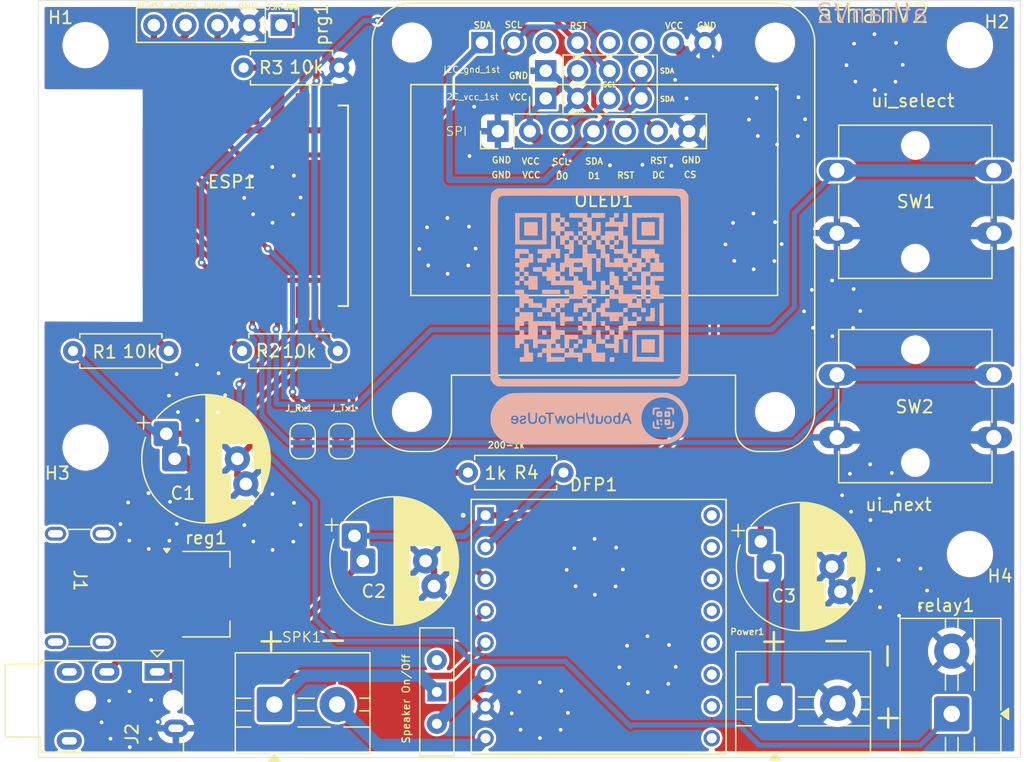
<source format=kicad_pcb>
(kicad_pcb (version 20241229) (generator "pcbnew") (generator_version "9.0")
  (layers (0 "F.Cu" signal) (2 "B.Cu" signal) (13 "F.Paste" user) (15 "B.Paste" user) (5 "F.SilkS" user "F.Silkscreen") (7 "B.SilkS" user "B.Silkscreen") (1 "F.Mask" user) (3 "B.Mask" user) (25 "Edge.Cuts" user))
  (net 0 "")
  (net 1 "GND")
  (net 2 "/AUX_R")
  (net 3 "/AUX_L")
  (net 4 "/ESP_VCC")
  (net 5 "+5V")
  (net 8 "/SPK-")
  (net 10 "/ESP_Rx")
  (net 13 "Net-(DFP1-SPK1)")
  (net 16 "/ESP_Tx")
  (net 18 "/SCL")
  (net 19 "/SDA")
  (net 20 "/relay")
  (net 22 "Net-(ESP1-GPIO15)")
  (net 24 "Net-(ESP1-CH_PD)")
  (net 27 "/GPIO14")
  (net 28 "/GPIO12")
  (net 29 "/oled_rst")
  (net 31 "Net-(ESP1-REST)")
  (net 35 "/GPIO0")
  (net 40 "Net-(DFP1-RX)")
  (net 41 "Net-(DFP1-TX)")
  (net 44 "/SPK+")
  (net 50 "Net-(J_Tx1-A)")
  (footprint "project_devs:ESP-12E_SMD" (layer "F.Cu") (at 67.7 78.2 90)
    (property "Reference" "ESP1")
    (property "Value" "ESP-12E" (hide yes))
  )
  (footprint "MountingHole:MountingHole_3.2mm_M3" (layer "F.Cu") (at 62.4 58.4)
    (property "Reference" "H1")
    (property "Value" "MountingHole" (hide yes))
  )
  (footprint "Resistor_THT:R_Axial_DIN0207_L6.3mm_D2.5mm_P7.62mm_Horizontal" (layer "F.Cu") (at 75 60.2)
    (property "Reference" "R3")
    (property "Value" "10k")
  )
  (footprint "Capacitor_THT:CP_Radial_D10.0mm_P5.00mm_P7.50mm" (layer "F.Cu") (at 84.5 99.55)
    (property "Reference" "C2")
    (property "Value" "100u" (hide yes))
  )
  (footprint "MountingHole:MountingHole_3.2mm_M3" (layer "F.Cu") (at 132.9 58.4)
    (property "Reference" "H2")
    (property "Value" "MountingHole" (hide yes))
  )
  (footprint "Connector_Audio:Jack_3.5mm_PJ320A_Horizontal" (layer "F.Cu") (at 68.1 113 90)
    (property "Reference" "J2")
    (property "Value" "AudioJack4" (hide yes))
  )
  (footprint "Button_Switch_THT:SW_SPST_Omron_B3F-40xx" (layer "F.Cu") (at 122.3 84.7)
    (property "Reference" "SW2")
    (property "Value" "ui_next")
  )
  (footprint "Jumper:SolderJumper-2_P1.3mm_Bridged2Bar_RoundedPad1.0x1.5mm" (layer "F.Cu") (at 79.7 90 90)
    (property "Reference" "J_Rx1")
    (property "Value" "SolderJumper_2_Bridged" (hide yes))
  )
  (footprint "MountingHole:MountingHole_3.2mm_M3" (layer "F.Cu") (at 132.9 99)
    (property "Reference" "H4")
    (property "Value" "MountingHole" (hide yes))
  )
  (footprint "Resistor_THT:R_Axial_DIN0207_L6.3mm_D2.5mm_P7.62mm_Horizontal" (layer "F.Cu") (at 100.5 92.5 180)
    (property "Reference" "R4")
    (property "Value" "1k")
  )
  (footprint "Button_Switch_THT:SW_Slide-03_Wuerth-WS-SLTV_10x2.5x6.4_P2.54mm" (layer "F.Cu") (at 90.4 110 90)
    (property "Reference" "SW3" (hide yes))
    (property "Value" "SW_SPST" (hide yes))
  )
  (footprint "TerminalBlock:TerminalBlock_MaiXu_MX126-5.0-02P_1x02_P5.00mm" (layer "F.Cu") (at 131.45 111.75 90)
    (property "Reference" "relay1")
    (property "Value" "Relay control")
  )
  (footprint "Display:Adafruit_SSD1306_multi" (layer "F.Cu") (at 94 58.2)
    (property "Reference" "OLED1")
    (property "Value" "SSD1306_I2C")
  )
  (footprint "MountingHole:MountingHole_3.2mm_M3" (layer "F.Cu") (at 62.4 90.5)
    (property "Reference" "H3")
    (property "Value" "MountingHole" (hide yes))
  )
  (footprint "TerminalBlock:TerminalBlock_MaiXu_MX126-5.0-02P_1x02_P5.00mm" (layer "F.Cu") (at 117.35 110.9)
    (property "Reference" "Power1")
    (property "Value" "5V pow supply" (hide yes))
  )
  (footprint "TerminalBlock:TerminalBlock_MaiXu_MX126-5.0-02P_1x02_P5.00mm" (layer "F.Cu") (at 77.45 111)
    (property "Reference" "SPK1")
    (property "Value" "Speaker")
  )
  (footprint "Resistor_THT:R_Axial_DIN0207_L6.3mm_D2.5mm_P7.62mm_Horizontal" (layer "F.Cu") (at 61.4 82.8)
    (property "Reference" "R1")
    (property "Value" "10k")
  )
  (footprint "Jumper:SolderJumper-2_P1.3mm_Bridged2Bar_RoundedPad1.0x1.5mm" (layer "F.Cu") (at 82.8 90 90)
    (property "Reference" "J_Tx1")
    (property "Value" "SolderJumper_2_Bridged" (hide yes))
  )
  (footprint "project_devs:MODULE_DFR0299" (layer "F.Cu") (at 103.3 104.8)
    (property "Reference" "DFP1")
    (property "Value" "DFR0299")
  )
  (footprint "Package_TO_SOT_SMD:SOT-223-3_TabPin2" (layer "F.Cu") (at 72 102.2)
    (property "Reference" "reg1")
    (property "Value" "AMS1117-3.3" (hide yes))
  )
  (footprint "Resistor_THT:R_Axial_DIN0207_L6.3mm_D2.5mm_P7.62mm_Horizontal" (layer "F.Cu") (at 82.5 82.8 180)
    (property "Reference" "R2")
    (property "Value" "10k")
  )
  (footprint "Capacitor_THT:CP_Radial_D10.0mm_P5.00mm_P7.50mm" (layer "F.Cu") (at 116.9 100)
    (property "Reference" "C3")
    (property "Value" "100u" (hide yes))
  )
  (footprint "Button_Switch_THT:SW_SPST_Omron_B3F-40xx" (layer "F.Cu") (at 122.3 68.4)
    (property "Reference" "SW1")
    (property "Value" "ui_select")
  )
  (footprint "Capacitor_THT:CP_Radial_D10.0mm_P5.00mm_P7.50mm" (layer "F.Cu") (at 69.5 91.4)
    (property "Reference" "C1")
    (property "Value" "100u" (hide yes))
  )
  (footprint "Connector_PinHeader_2.54mm:PinHeader_1x05_P2.54mm_Vertical" (layer "F.Cu") (at 78 56.8 -90)
    (property "Reference" "prg1")
    (property "Value" "Conn_01x05" (hide yes))
  )
  (footprint "Connector_USB:USB_C_Receptacle_GCT_USB4125-xx-x_6P_TopMnt_Horizontal" (layer "F.Cu") (at 60.8 101.7 -90)
    (property "Reference" "J1")
    (property "Value" "USB_C_Receptacle_PowerOnly_6P" (hide yes))
  )
  (footprint "LOGO" (layer "B.Cu") (at 102.55 80.05 180)
    (property "Reference" "G***" (hide yes))
    (property "Value" "LOGO" (hide yes))
  )
  (gr_rect (start 58.62917 54.854853) (end 136.926167 115.230296) (stroke (width 0.05)) (fill no) (layer "Edge.Cuts"))
  (gr_text "-" (at 127.35 108.5 90) (layer "F.SilkS") (effects (font (size 2 2) (thickness 0.2)) (justify left bottom)))
  (gr_text "ESP_Rx" (at 71.35 55 180) (layer "F.SilkS") (effects (font (size 0.4 0.4) (thickness 0.1)) (justify left bottom)))
  (gr_text "-" (at 120.85 106.96 0) (layer "F.SilkS") (effects (font (size 2 2) (thickness 0.2)) (justify left bottom)))
  (gr_text "+" (at 127.4 113.45 90) (layer "F.SilkS") (effects (font (size 2 2) (thickness 0.2)) (justify left bottom)))
  (gr_text "-" (at 80.77 106.93 0) (layer "F.SilkS") (effects (font (size 2 2) (thickness 0.2)) (justify left bottom)))
  (gr_text "200-1k" (at 94.4 90.6 0) (layer "F.SilkS") (effects (font (size 0.5 0.5) (thickness 0.1) (bold yes)) (justify left bottom)))
  (gr_text "ESP_Tx" (at 68.65 54.95 180) (layer "F.SilkS") (effects (font (size 0.4 0.4) (thickness 0.1)) (justify left bottom)))
  (gr_text "athanV2" (at 120.575604 56.75 0) (layer "F.SilkS") (effects (font (size 1.5 1.5)) (justify left bottom)))
  (gr_text "+" (at 75.82 106.98 0) (layer "F.SilkS") (effects (font (size 2 2) (thickness 0.2)) (justify left bottom)))
  (gr_text "ESP_VCC" (at 79.4 55.1 180) (layer "F.SilkS") (effects (font (size 0.4 0.4) (thickness 0.1)) (justify left bottom)))
  (gr_text "GND" (at 76.15 55 180) (layer "F.SilkS") (effects (font (size 0.5 0.5) (thickness 0.1)) (justify left bottom)))
  (gr_text "GPIO0" (at 73.7 55 180) (layer "F.SilkS") (effects (font (size 0.4 0.4) (thickness 0.1)) (justify left bottom)))
  (gr_text "+" (at 115.9 107.01 0) (layer "F.SilkS") (effects (font (size 2 2) (thickness 0.2)) (justify left bottom)))
  (gr_text "athanV2" (at 129.7 56.75 0) (layer "B.SilkS") (effects (font (size 1.5 1.5)) (justify left bottom mirror)))
  (segment (start 74.5 91.4) (end 74.5 92.727856) (width 0.5) (layer "F.Cu") (net 1))
  (segment (start 61.3 103.5) (end 62.25 104.45) (width 0.5) (layer "F.Cu") (net 1))
  (segment (start 62.25 104.45) (end 63.88 104.45) (width 0.5) (layer "F.Cu") (net 1))
  (segment (start 95.27 65.27) (end 95.27 62.81) (width 0.5) (layer "F.Cu") (net 1))
  (segment (start 97.63 60.45) (end 95.27 62.81) (width 0.5) (layer "F.Cu") (net 1))
  (segment (start 90.172144 100.222144) (end 89.5 99.55) (width 0.5) (layer "F.Cu") (net 1))
  (segment (start 74.5 92.727856) (end 75.172144 93.4) (width 0.5) (layer "F.Cu") (net 1))
  (segment (start 99.08 60.45) (end 97.63 60.45) (width 0.5) (layer "F.Cu") (net 1))
  (segment (start 61.3 100.3) (end 61.3 103.5) (width 0.5) (layer "F.Cu") (net 1))
  (segment (start 99.42 60.45) (end 99.08 60.45) (width 0.5) (layer "F.Cu") (net 1))
  (segment (start 62.65 98.95) (end 61.3 100.3) (width 0.5) (layer "F.Cu") (net 1))
  (segment (start 63.88 98.95) (end 62.65 98.95) (width 0.5) (layer "F.Cu") (net 1))
  (segment (start 90.172144 101.55) (end 90.172144 100.222144) (width 0.5) (layer "F.Cu") (net 1))
  (via (at 75.05 70.59) (size 0.6) (drill 0.3) (layers "F.Cu" "B.Cu") (net 1))
  (via (at 79.54 96.66) (size 0.6) (drill 0.3) (layers "F.Cu" "B.Cu") (net 1))
  (via (at 115.28 64.34) (size 0.6) (drill 0.3) (layers "F.Cu" "B.Cu") (net 1))
  (via (at 93.38 63.31) (size 0.6) (drill 0.3) (layers "F.Cu" "B.Cu") (net 1))
  (via (at 113.41 74.3) (size 0.6) (drill 0.3) (layers "F.Cu" "B.Cu") (net 1))
  (via (at 100.75 100.26) (size 0.6) (drill 0.3) (layers "F.Cu" "B.Cu") (net 1))
  (via (at 67.41 94.14) (size 0.6) (drill 0.3) (layers "F.Cu" "B.Cu") (net 1))
  (via (at 115.64 71.83) (size 0.6) (drill 0.3) (layers "F.Cu" "B.Cu") (net 1))
  (via (at 71.3 88.34) (size 0.6) (drill 0.3) (layers "F.Cu" "B.Cu") (net 1))
  (via (at 117.31 75.62) (size 0.6) (drill 0.3) (layers "F.Cu" "B.Cu") (net 1))
  (via (at 65.9 109.95) (size 0.6) (drill 0.3) (layers "F.Cu" "B.Cu") (net 1))
  (via (at 108.86 109.35) (size 0.6) (drill 0.3) (layers "F.Cu" "B.Cu") (net 1))
  (via (at 115.89 62.62) (size 0.6) (drill 0.3) (layers "F.Cu" "B.Cu") (net 1))
  (via (at 105.23 100.23) (size 0.6) (drill 0.3) (layers "F.Cu" "B.Cu") (net 1))
  (via (at 127.2 94.28) (size 0.6) (drill 0.3) (layers "F.Cu" "B.Cu") (net 1))
  (via (at 107.19 105.56) (size 0.6) (drill 0.3) (layers "F.Cu" "B.Cu") (net 1))
  (via (at 125.29 57.53) (size 0.6) (drill 0.3) (layers "F.Cu" "B.Cu") (net 1))
  (via (at 114.02 72.58) (size 0.6) (drill 0.3) (layers "F.Cu" "B.Cu") (net 1))
  (via (at 77.3 72.57) (size 0.6) (drill 0.3) (layers "F.Cu" "B.Cu") (net 1))
  (via (at 127.24 99.47) (size 0.6) (drill 0.3) (layers "F.Cu" "B.Cu") (net 1))
  (via (at 75.06 96.69) (size 0.6) (drill 0.3) (layers "F.Cu" "B.Cu") (net 1))
  (via (at 69.08 97.93) (size 0.6) (drill 0.3) (layers "F.Cu" "B.Cu") (net 1))
  (via (at 91.26 76.64) (size 0.6) (drill 0.3) (layers "F.Cu" "B.Cu") (net 1))
  (via (at 89.62 72.94) (size 0.6) (drill 0.3) (layers "F.Cu" "B.Cu") (net 1))
  (via (at 65.89 97.92) (size 0.6) (drill 0.3) (layers "F.Cu" "B.Cu") (net 1))
  (via (at 129.49 101.91) (size 0.6) (drill 0.3) (layers "F.Cu" "B.Cu") (net 1))
  (via (at 100.85 111.67) (size 0.6) (drill 0.3) (layers "F.Cu" "B.Cu") (net 1))
  (via (at 125.62 100.22) (size 0.6) (drill 0.3) (layers "F.Cu" "B.Cu") (net 1))
  (via (at 78.96 98.01) (size 0.6) (drill 0.3) (layers "F.Cu" "B.Cu") (net 1))
  (via (at 125.31 61.98) (size 0.6) (drill 0.3) (layers "F.Cu" "B.Cu") (net 1))
  (via (at 98.62 113.68) (size 0.6) (drill 0.3) (layers "F.Cu" "B.Cu") (net 1))
  (via (at 77.28 68.12) (size 0.6) (drill 0.3) (layers "F.Cu" "B.Cu") (net 1))
  (via (at 104.7 98.48) (size 0.6) (drill 0.3) (layers "F.Cu" "B.Cu") (net 1))
  (via (at 96.37 111.7) (size 0.6) (drill 0.3) (layers "F.Cu" "B.Cu") (net 1))
  (via (at 122.72 94.31) (size 0.6) (drill 0.3) (layers "F.Cu" "B.Cu") (net 1))
  (via (at 126.67 92.53) (size 0.6) (drill 0.3) (layers "F.Cu" "B.Cu") (net 1))
  (via (at 93.49 74.63) (size 0.6) (drill 0.3) (layers "F.Cu" "B.Cu") (net 1))
  (via (at 101.46 101.57) (size 0.6) (drill 0.3) (layers "F.Cu" "B.Cu") (net 1))
  (via (at 109.44 108) (size 0.6) (drill 0.3) (layers "F.Cu" "B.Cu") (net 1))
  (via (at 119.23 62.56) (size 0.6) (drill 0.3) (layers "F.Cu" "B.Cu") (net 1))
  (via (at 89.01 74.66) (size 0.6) (drill 0.3) (layers "F.Cu" "B.Cu") (net 1))
  (via (at 119.18 65.66) (size 0.6) (drill 0.3) (layers "F.Cu" "B.Cu") (net 1))
  (via (at 123.06 60) (size 0.6) (drill 0.3) (layers "F.Cu" "B.Cu") (net 1))
  (via (at 104.2 67.99) (size 0.6) (drill 0.3) (layers "F.Cu" "B.Cu") (net 1))
  (via (at 127.26 103.92) (size 0.6) (drill 0.3) (layers "F.Cu" "B.Cu") (net 1))
  (via (at 63.67 112.42) (size 0.6) (drill 0.3) (layers "F.Cu" "B.Cu") (net 1))
  (via (at 105.67 109.34) (size 0.6) (drill 0.3) (layers "F.Cu" "B.Cu") (net 1))
  (via (at 117.53 66.32) (size 0.6) (drill 0.3) (layers "F.Cu" "B.Cu") (net 1))
  (via (at 79.01 94.91) (size 0.6) (drill 0.3) (layers "F.Cu" "B.Cu") (net 1))
  (via (at 119.68 79.64) (size 0.6) (drill 0.3) (layers "F.Cu" "B.Cu") (net 1))
  (via (at 67.62 110.64) (size 0.6) (drill 0.3) (layers "F.Cu" "B.Cu") (net 1))
  (via (at 96.8 60.64) (size 0.6) (drill 0.3) (layers "F.Cu" "B.Cu") (net 1))
  (via (at 65.79 94.89) (size 0.6) (drill 0.3) (layers "F.Cu" "B.Cu") (net 1))
  (via (at 123.43 95.62) (size 0.6) (drill 0.3) (layers "F.Cu" "B.Cu") (net 1))
  (via (at 121.93 81.62) (size 0.6) (drill 0.3) (layers "F.Cu" "B.Cu") (net 1))
  (via (at 100.32 109.92) (size 0.6) (drill 0.3) (layers "F.Cu" "B.Cu") (net 1))
  (via (at 123.67 58.28) (size 0.6) (drill 0.3) (layers "F.Cu" "B.Cu") (net 1))
  (via (at 69.05 86.36) (size 0.6) (drill 0.3) (layers "F.Cu" "B.Cu") (net 1))
  (via (at 109.1 68.02) (size 0.6) (drill 0.3) (layers "F.Cu" "B.Cu") (net 1))
  (via (at 125.72 103.25) (size 0.6) (drill 0.3) (layers "F.Cu" "B.Cu") (net 1))
  (via (at 125.01 101.94) (size 0.6) (drill 0.3) (layers "F.Cu" "B.Cu") (net 1))
  (via (at 75.66 68.87) (size 0.6) (drill 0.3) (layers "F.Cu" "B.Cu") (net 1))
  (via (at 115.99 65.65) (size 0.6) (drill 0.3) (layers "F.Cu" "B.Cu") (net 1))
  (via (at 69.66 96.58) (size 0.6) (drill 0.3) (layers "F.Cu" "B.Cu") (net 1))
  (via (at 126.62 95.63) (size 0.6) (drill 0.3) (layers "F.Cu" "B.Cu") (net 1))
  (via (at 114.12 75.61) (size 0.6) (drill 0.3) (layers "F.Cu" "B.Cu") (net 1))
  (via (at 69.13 94.83) (size 0.6) (drill 0.3) (layers "F.Cu" "B.Cu") (net 1))
  (via (at 73 84.58) (size 0.6) (drill 0.3) (layers "F.Cu" "B.Cu") (net 1))
  (via (at 120.39 80.95) (size 0.6) (drill 0.3) (layers "F.Cu" "B.Cu") (net 1))
  (via (at 110.31 62.65) (size 0.6) (drill 0.3) (layers "F.Cu" "B.Cu") (net 1))
  (via (at 108.91 106.25) (size 0.6) (drill 0.3) (layers "F.Cu" "B.Cu") (net 1))
  (via (at 77.31 98.67) (size 0.6) (drill 0.3) (layers "F.Cu" "B.Cu") (net 1))
  (via (at 105.57 106.31) (size 0.6) (drill 0.3) (layers "F.Cu" "B.Cu") (net 1))
  (via (at 124.16 79.61) (size 0.6) (drill 0.3) (layers "F.Cu" "B.Cu") (net 1))
  (via (at 121.91 77.17) (size 0.6) (drill 0.3) (layers "F.Cu" "B.Cu") (net 1))
  (via (at 68.15 112.39) (size 0.6) (drill 0.3) (layers "F.Cu" "B.Cu") (net 1))
  (via (at 75.76 71.9) (size 0.6) (drill 0.3) (layers "F.Cu" "B.Cu") (net 1))
  (via (at 107.21 110.01) (size 0.6) (drill 0.3) (layers "F.Cu" "B.Cu") (net 1))
  (via (at 69.66 84.64) (size 0.6) (drill 0.3) (layers "F.Cu" "B.Cu") (net 1))
  (via (at 104.65 101.58) (size 0.6) (drill 0.3) (layers "F.Cu" "B.Cu") (net 1))
  (via (at 100.27 113.02) (size 0.6) (drill 0.3) (layers "F.Cu" "B.Cu") (net 1))
  (via (at 102.98 97.79) (size 0.6) (drill 0.3) (layers "F.Cu" "B.Cu") (net 1))
  (via (at 75.67 94.97) (size 0.6) (drill 0.3) (layers "F.Cu" "B.Cu") (net 1))
  (via (at 69.76 87.67) (size 0.6) (drill 0.3) (layers "F.Cu" "B.Cu") (net 1))
  (via (at 101.36 98.54) (size 0.6) (drill 0.3) (layers "F.Cu" "B.Cu") (net 1))
  (via (at 89.72 75.97) (size 0.6) (drill 0.3) (layers "F.Cu" "B.Cu") (net 1))
  (via (at 65.92 114.4) (size 0.6) (drill 0.3) (layers "F.Cu" "B.Cu") (net 1))
  (via (at 117.36 72.52) (size 0.6) (drill 0.3) (layers "F.Cu" "B.Cu") (net 1))
  (via (at 65.18 96.61) (size 0.6) (drill 0.3) (layers "F.Cu" "B.Cu") (net 1))
  (via (at 119.76 64.31) (size 0.6) (drill 0.3) (layers "F.Cu" "B.Cu") (net 1))
  (via (at 98.6 109.23) (size 0.6) (drill 0.3) (layers "F.Cu" "B.Cu") (net 1))
  (via (at 71.28 83.89) (size 0.6) (drill 0.3) (layers "F.Cu" "B.Cu") (net 1))
  (via (at 64.28 110.7) (size 0.6) (drill 0.3) (layers "F.Cu" "B.Cu") (net 1))
  (via (at 128.91 103.26) (size 0.6) (drill 0.3) (layers "F.Cu" "B.Cu") (net 1))
  (via (at 103 102.24) (size 0.6) (drill 0.3) (layers "F.Cu" "B.Cu") (net 1))
  (via (at 115.66 76.28) (size 0.6) (drill 0.3) (layers "F.Cu" "B.Cu") (net 1))
  (via (at 72.95 87.68) (size 0.6) (drill 0.3) (layers "F.Cu" "B.Cu") (net 1))
  (via (at 123.77 61.31) (size 0.6) (drill 0.3) (layers "F.Cu" "B.Cu") (net 1))
  (via (at 64.38 113.73) (size 0.6) (drill 0.3) (layers "F.Cu" "B.Cu") (net 1))
  (via (at 67.43 98.59) (size 0.6) (drill 0.3) (layers "F.Cu" "B.Cu") (net 1))
  (via (at 92.96 72.88) (size 0.6) (drill 0.3) (layers "F.Cu" "B.Cu") (net 1))
  (via (at 77.29 94.22) (size 0.6) (drill 0.3) (layers "F.Cu" "B.Cu") (net 1))
  (via (at 78.95 71.91) (size 0.6) (drill 0.3) (layers "F.Cu" "B.Cu") (net 1))
  (via (at 79 68.81) (size 0.6) (drill 0.3) (layers "F.Cu" "B.Cu") (net 1))
  (via (at 120.29 77.92) (size 0.6) (drill 0.3) (layers "F.Cu" "B.Cu") (net 1))
  (via (at 128.96 100.16) (size 0.6) (drill 0.3) (layers "F.Cu" "B.Cu") (net 1))
  (via (at 91.24 72.19) (size 0.6) (drill 0.3) (layers "F.Cu" "B.Cu") (net 1))
  (via (at 124.97 96.29) (size 0.6) (drill 0.3) (layers "F.Cu" "B.Cu") (net 1))
  (via (at 117.89 74.27) (size 0.6) (drill 0.3) (layers "F.Cu" "B.Cu") (net 1))
  (via (at 73.53 86.33) (size 0.6) (drill 0.3) (layers "F.Cu" "B.Cu") (net 1))
  (via (at 75.77 98) (size 0.6) (drill 0.3) (layers "F.Cu" "B.Cu") (net 1))
  (via (at 123.58 80.96) (size 0.6) (drill 0.3) (layers "F.Cu" "B.Cu") (net 1))
  (via (at 109.4 61.17) (size 0.6) (drill 0.3) (layers "F.Cu" "B.Cu") (net 1))
  (via (at 127.54 59.97) (size 0.6) (drill 0.3) (layers "F.Cu" "B.Cu") (net 1))
  (via (at 104.96 108.03) (size 0.6) (drill 0.3) (layers "F.Cu" "B.Cu") (net 1))
  (via (at 67.57 113.74) (size 0.6) (drill 0.3) (layers "F.Cu" "B.Cu") (net 1))
  (via (at 127.01 58.22) (size 0.6) (drill 0.3) (layers "F.Cu" "B.Cu") (net 1))
  (via (at 97.08 113.01) (size 0.6) (drill 0.3) (layers "F.Cu" "B.Cu") (net 1))
  (via (at 126.96 61.32) (size 0.6) (drill 0.3) (layers "F.Cu" "B.Cu") (net 1))
  (via (at 79.53 70.56) (size 0.6) (drill 0.3) (layers "F.Cu" "B.Cu") (net 1))
  (via (at 92.91 75.98) (size 0.6) (drill 0.3) (layers "F.Cu" "B.Cu") (net 1))
  (via (at 124.95 91.84) (size 0.6) (drill 0.3) (layers "F.Cu" "B.Cu") (net 1))
  (via (at 123.63 77.86) (size 0.6) (drill 0.3) (layers "F.Cu" "B.Cu") (net 1))
  (via (at 123.33 92.59) (size 0.6) (drill 0.3) (layers "F.Cu" "B.Cu") (net 1))
  (via (at 96.98 109.98) (size 0.6) (drill 0.3) (layers "F.Cu" "B.Cu") (net 1))
  (via (at 117.51 61.87) (size 0.6) (drill 0.3) (layers "F.Cu" "B.Cu") (net 1))
  (via (at 93 67.25) (size 0.6) (drill 0.3) (layers "F.Cu" "B.Cu") (net 1))
  (via (at 106.79 67.95) (size 0.6) (drill 0.3) (layers "F.Cu" "B.Cu") (net 1))
  (segment (start 134.8 73.4) (end 122.3 73.4) (width 1) (layer "B.Cu") (net 1))
  (segment (start 111.85 58.27) (end 111.78 58.2) (width 1) (layer "B.Cu") (net 1))
  (segment (start 134.8 89.7) (end 122.3 89.7) (width 1) (layer "B.Cu") (net 1))
  (segment (start 110.51 65.27) (end 111.85 63.93) (width 1) (layer "B.Cu") (net 1))
  (segment (start 121.9 101.327856) (end 122.572144 102) (width 0.5) (layer "B.Cu") (net 1))
  (segment (start 101.62 62.65) (end 99.42 60.45) (width 0.5) (layer "B.Cu") (net 1))
  (segment (start 121.9 100) (end 121.9 101.327856) (width 0.5) (layer "B.Cu") (net 1))
  (segment (start 111.85 63.93) (end 111.85 58.27) (width 1) (layer "B.Cu") (net 1))
  (segment (start 99.42 60.45) (end 99.08 60.45) (width 0.5) (layer "B.Cu") (net 1))
  (segment (start 65.251 107.249) (end 64.1 108.4) (width 0.5) (layer "F.Cu") (net 2))
  (segment (start 71.299 105.551) (end 69.601 107.249) (width 0.5) (layer "F.Cu") (net 2))
  (segment (start 92.262 105.551) (end 71.299 105.551) (width 0.5) (layer "F.Cu") (net 2))
  (segment (start 69.601 107.249) (end 65.251 107.249) (width 0.5) (layer "F.Cu") (net 2))
  (segment (start 94.283 103.53) (end 92.262 105.551) (width 0.5) (layer "F.Cu") (net 2))
  (segment (start 68.411 108.711) (end 68.1 108.4) (width 0.5) (layer "F.Cu") (net 3))
  (segment (start 91.642 108.711) (end 68.411 108.711) (width 0.5) (layer "F.Cu") (net 3))
  (segment (start 94.283 106.07) (end 91.642 108.711) (width 0.5) (layer "F.Cu") (net 3))
  (segment (start 79.55 56.8) (end 78 56.8) (width 0.5) (layer "F.Cu") (net 4))
  (segment (start 81.7 81.25) (end 81.7 78.2) (width 0.5) (layer "F.Cu") (net 4))
  (segment (start 80.8 58.05) (end 79.55 56.8) (width 0.5) (layer "F.Cu") (net 4))
  (segment (start 71.73 96.13) (end 71.73 92.95) (width 1) (layer "F.Cu") (net 4))
  (segment (start 70.18 91.4) (end 69.5 91.4) (width 1) (layer "F.Cu") (net 4))
  (segment (start 68.827856 89.4) (end 73.55 89.4) (width 0.5) (layer "F.Cu") (net 4))
  (segment (start 75.15 99.55) (end 71.73 96.13) (width 1) (layer "F.Cu") (net 4))
  (segment (start 81.7 82) (end 82.5 82.8) (width 0.5) (layer "F.Cu") (net 4))
  (segment (start 75.15 102.2) (end 75.15 99.55) (width 1) (layer "F.Cu") (net 4))
  (segment (start 80.8 61.25) (end 80.8 58.05) (width 0.5) (layer "F.Cu") (net 4))
  (segment (start 81.7 78.2) (end 81.7 82) (width 0.5) (layer "F.Cu") (net 4))
  (segment (start 79.351 83.599) (end 81.7 81.25) (width 0.5) (layer "F.Cu") (net 4))
  (segment (start 73.55 89.4) (end 79.351 83.599) (width 0.5) (layer "F.Cu") (net 4))
  (segment (start 68.827856 89.4) (end 68.827856 90.727856) (width 0.5) (layer "F.Cu") (net 4))
  (segment (start 81.7 79.602) (end 81.7 78.2) (width 0.5) (layer "F.Cu") (net 4))
  (segment (start 68.827856 90.727856) (end 69.5 91.4) (width 0.5) (layer "F.Cu") (net 4))
  (segment (start 71.73 92.95) (end 70.18 91.4) (width 1) (layer "F.Cu") (net 4))
  (segment (start 75.15 102.2) (end 68.85 102.2) (width 1) (layer "F.Cu") (net 4))
  (via (at 80.8 61.25) (size 0.6) (drill 0.3) (layers "F.Cu" "B.Cu") (net 4))
  (segment (start 68 89.4) (end 61.4 82.8) (width 0.5) (layer "B.Cu") (net 4))
  (segment (start 80.8 61.25) (end 80.8 61.45) (width 0.5) (layer "B.Cu") (net 4))
  (segment (start 68.827856 89.4) (end 68 89.4) (width 0.5) (layer "B.Cu") (net 4))
  (segment (start 80.8 61.45) (end 80.65 61.6) (width 0.5) (layer "B.Cu") (net 4))
  (segment (start 80.65 80.95) (end 82.5 82.8) (width 0.5) (layer "B.Cu") (net 4))
  (segment (start 80.65 61.6) (end 80.65 80.95) (width 0.5) (layer "B.Cu") (net 4))
  (segment (start 114.75 93.45) (end 116.227856 94.927856) (width 0.5) (layer "F.Cu") (net 5))
  (segment (start 63.17 103.22) (end 63.88 103.22) (width 0.5) (layer "F.Cu") (net 5))
  (segment (start 64.53 100.18) (end 68.85 104.5) (width 0.5) (layer "F.Cu") (net 5))
  (segment (start 63.37 100.18) (end 62.6 100.95) (width 0.5) (layer "F.Cu") (net 5))
  (segment (start 103.29 95.91) (end 112.5 86.7) (width 0.5) (layer "F.Cu") (net 5))
  (segment (start 83.827856 98.877856) (end 84.5 99.55) (width 0.5) (layer "F.Cu") (net 5))
  (segment (start 103.29 95.91) (end 105.7 93.5) (width 0.5) (layer "F.Cu") (net 5))
  (segment (start 84.5 99.55) (end 79.2 104.85) (width 0.5) (layer "F.Cu") (net 5))
  (segment (start 62.6 102.65) (end 63.17 103.22) (width 0.5) (layer "F.Cu") (net 5))
  (segment (start 114.7 93.5) (end 114.75 93.45) (width 0.5) (layer "F.Cu") (net 5))
  (segment (start 83.827856 97.55) (end 83.827856 98.877856) (width 0.5) (layer "F.Cu") (net 5))
  (segment (start 112.5 69.55) (end 102.09 69.55) (width 1) (layer "F.Cu") (net 5))
  (segment (start 63.88 100.18) (end 63.37 100.18) (width 0.5) (layer "F.Cu") (net 5))
  (segment (start 63.88 103.22) (end 67.57 103.22) (width 0.5) (layer "F.Cu") (net 5))
  (segment (start 79.2 104.85) (end 69.2 104.85) (width 0.5) (layer "F.Cu") (net 5))
  (segment (start 112.55 61.51) (end 112.55 69.5) (width 1) (layer "F.Cu") (net 5))
  (segment (start 116.227856 94.927856) (end 116.227856 98) (width 0.5) (layer "F.Cu") (net 5))
  (segment (start 112.55 69.5) (end 112.5 69.55) (width 1) (layer "F.Cu") (net 5))
  (segment (start 102.09 69.55) (end 97.81 65.27) (width 1) (layer "F.Cu") (net 5))
  (segment (start 105.7 93.5) (end 114.7 93.5) (width 0.5) (layer "F.Cu") (net 5))
  (segment (start 67.57 103.22) (end 68.85 104.5) (width 0.5) (layer "F.Cu") (net 5))
  (segment (start 99.42 62.65) (end 101.62 60.45) (width 0.5) (layer "F.Cu") (net 5))
  (segment (start 94.283 95.91) (end 103.29 95.91) (width 0.5) (layer "F.Cu") (net 5))
  (segment (start 109.24 58.2) (end 112.55 61.51) (width 1) (layer "F.Cu") (net 5))
  (segment (start 112.5 86.7) (end 112.5 69.55) (width 0.5) (layer "F.Cu") (net 5))
  (segment (start 99.08 62.65) (end 99.42 62.65) (width 0.5) (layer "F.Cu") (net 5))
  (segment (start 69.2 104.85) (end 68.85 104.5) (width 0.5) (layer "F.Cu") (net 5))
  (segment (start 63.88 100.18) (end 64.53 100.18) (width 0.5) (layer "F.Cu") (net 5))
  (segment (start 62.6 100.95) (end 62.6 102.65) (width 0.5) (layer "F.Cu") (net 5))
  (segment (start 99.42 62.65) (end 99.08 62.65) (width 0.5) (layer "B.Cu") (net 5))
  (segment (start 97.81 65.27) (end 97.81 63.92) (width 0.5) (layer "B.Cu") (net 5))
  (segment (start 117.35 110.9) (end 117.35 100.45) (width 1) (layer "B.Cu") (net 5))
  (segment (start 116.227856 98) (end 116.227856 99.327856) (width 0.5) (layer "B.Cu") (net 5))
  (segment (start 116.227856 99.327856) (end 116.9 100) (width 0.5) (layer "B.Cu") (net 5))
  (segment (start 97.81 63.92) (end 99.08 62.65) (width 0.5) (layer "B.Cu") (net 5))
  (segment (start 92.643 97.55) (end 94.283 95.91) (width 0.5) (layer "B.Cu") (net 5))
  (segment (start 117.35 100.45) (end 116.9 100) (width 1) (layer "B.Cu") (net 5))
  (segment (start 83.827856 97.55) (end 92.643 97.55) (width 0.5) (layer "B.Cu") (net 5))
  (segment (start 94.283 113.69) (end 93.743704 114.229296) (width 1) (layer "B.Cu") (net 8))
  (segment (start 93.743704 114.229296) (end 85.679296 114.229296) (width 1) (layer "B.Cu") (net 8))
  (segment (start 85.679296 114.229296) (end 82.45 111) (width 1) (layer "B.Cu") (net 8))
  (segment (start 79.7 87.15) (end 79.7 89.35) (width 0.4) (layer "F.Cu") (net 10))
  (segment (start 70.8 68.5) (end 70.75 68.5) (width 0.4) (layer "F.Cu") (net 10))
  (segment (start 76.925 74.625) (end 70.8 68.5) (width 0.4) (layer "F.Cu") (net 10))
  (segment (start 70.38 57.62) (end 70.38 56.8) (width 0.5) (layer "F.Cu") (net 10))
  (segment (start 70.75 68.5) (end 69.7 67.45) (width 0.4) (layer "F.Cu") (net 10))
  (segment (start 69.7 58.3) (end 70.38 57.62) (width 0.5) (layer "F.Cu") (net 10))
  (segment (start 78.9 86.05) (end 78.9 86.35) (width 0.4) (layer "F.Cu") (net 10))
  (segment (start 69.7 64.2) (end 69.7 58.3) (width 0.5) (layer "F.Cu") (net 10))
  (segment (start 78.9 86.35) (end 79.7 87.15) (width 0.4) (layer "F.Cu") (net 10))
  (segment (start 69.7 67.45) (end 69.7 64.2) (width 0.4) (layer "F.Cu") (net 10))
  (via (at 78.9 86.05) (size 0.6) (drill 0.3) (layers "F.Cu" "B.Cu") (net 10))
  (via (at 76.925 74.625) (size 0.6) (drill 0.3) (layers "F.Cu" "B.Cu") (net 10))
  (segment (start 78.9 86.05) (end 78.9 76.6) (width 0.4) (layer "B.Cu") (net 10))
  (segment (start 78.9 76.6) (end 76.925 74.625) (width 0.4) (layer "B.Cu") (net 10))
  (segment (start 94.283 108.61) (end 94.283 108.657) (width 1) (layer "B.Cu") (net 13))
  (segment (start 94.283 108.657) (end 90.4 112.54) (width 1) (layer "B.Cu") (net 13))
  (segment (start 67.7 64.2) (end 67.84 64.06) (width 0.5) (layer "F.Cu") (net 16))
  (segment (start 67.7 70) (end 67.7 64.2) (width 0.4) (layer "F.Cu") (net 16))
  (segment (start 83.701 78.299) (end 82.563 77.161) (width 0.4) (layer "F.Cu") (net 16))
  (segment (start 82.563 77.161) (end 74.861 77.161) (width 0.4) (layer "F.Cu") (net 16))
  (segment (start 83.701 88.449) (end 83.701 78.299) (width 0.4) (layer "F.Cu") (net 16))
  (segment (start 74.861 77.161) (end 67.7 70) (width 0.4) (layer "F.Cu") (net 16))
  (segment (start 67.84 64.06) (end 67.84 56.8) (width 0.5) (layer "F.Cu") (net 16))
  (segment (start 82.8 89.35) (end 83.701 88.449) (width 0.4) (layer "F.Cu") (net 16))
  (segment (start 87.579 67.161) (end 96.54 58.2) (width 0.4) (layer "F.Cu") (net 18))
  (segment (start 74.661 67.161) (end 87.579 67.161) (width 0.4) (layer "F.Cu") (net 18))
  (segment (start 71.7 64.2) (end 74.661 67.161) (width 0.4) (layer "F.Cu") (net 18))
  (segment (start 97.791 56.949) (end 102.176182 56.949) (width 0.4) (layer "B.Cu") (net 18))
  (segment (start 102.909 57.681818) (end 102.909 59.199) (width 0.4) (layer "B.Cu") (net 18))
  (segment (start 102.176182 56.949) (end 102.909 57.681818) (width 0.4) (layer "B.Cu") (net 18))
  (segment (start 104.16 60.45) (end 104.16 62.65) (width 1) (layer "B.Cu") (net 18))
  (segment (start 101.651 63.969) (end 102.841 63.969) (width 0.5) (layer "B.Cu") (net 18))
  (segment (start 100.35 65.27) (end 101.651 63.969) (width 0.5) (layer "B.Cu") (net 18))
  (segment (start 102.841 63.969) (end 104.16 62.65) (width 0.5) (layer "B.Cu") (net 18))
  (segment (start 96.54 58.2) (end 97.791 56.949) (width 0.4) (layer "B.Cu") (net 18))
  (segment (start 102.909 59.199) (end 104.16 60.45) (width 0.4) (layer "B.Cu") (net 18))
  (segment (start 74.701 65.201) (end 86.999 65.201) (width 0.5) (layer "F.Cu") (net 19))
  (segment (start 86.999 65.201) (end 94 58.2) (width 0.5) (layer "F.Cu") (net 19))
  (segment (start 73.7 64.2) (end 74.701 65.201) (width 0.5) (layer "F.Cu") (net 19))
  (segment (start 94 58.2) (end 91.4 60.8) (width 0.5) (layer "B.Cu") (net 19))
  (segment (start 91.4 60.8) (end 91.4 69.15) (width 0.5) (layer "B.Cu") (net 19))
  (segment (start 91.4 69.15) (end 99.01 69.15) (width 0.5) (layer "B.Cu") (net 19))
  (segment (start 105.381 63.969) (end 106.7 62.65) (width 0.5) (layer "B.Cu") (net 19))
  (segment (start 102.89 65.27) (end 104.191 63.969) (width 0.5) (layer "B.Cu") (net 19))
  (segment (start 104.191 63.969) (end 105.381 63.969) (width 0.5) (layer "B.Cu") (net 19))
  (segment (start 106.7 60.45) (end 106.7 62.65) (width 1) (layer "B.Cu") (net 19))
  (segment (start 99.01 69.15) (end 102.89 65.27) (width 0.5) (layer "B.Cu") (net 19))
  (segment (start 79.7 80.4) (end 74.65 85.45) (width 0.4) (layer "F.Cu") (net 20))
  (segment (start 79.7 78.2) (end 79.7 80.4) (width 0.4) (layer "F.Cu") (net 20))
  (via (at 74.65 85.45) (size 0.6) (drill 0.3) (layers "F.Cu" "B.Cu") (net 20))
  (segment (start 93.2 107.555) (end 91.645 106) (width 0.4) (layer "B.Cu") (net 20))
  (segment (start 80.7 104.2) (end 82.5 106) (width 0.4) (layer "B.Cu") (net 20))
  (segment (start 114.485 112.635) (end 116.1 114.25) (width 0.4) (layer "B.Cu") (net 20))
  (segment (start 82.5 106) (end 91.645 106) (width 0.4) (layer "B.Cu") (net 20))
  (segment (start 80.7 94.796564) (end 80.7 104.2) (width 0.4) (layer "B.Cu") (net 20))
  (segment (start 116.1 114.25) (end 128.95 114.25) (width 0.4) (layer "B.Cu") (net 20))
  (segment (start 105.965 112.635) (end 114.485 112.635) (width 0.4) (layer "B.Cu") (net 20))
  (segment (start 74.65 88.746564) (end 80.7 94.796564) (width 0.4) (layer "B.Cu") (net 20))
  (segment (start 105.85 112.75) (end 105.965 112.635) (width 0.4) (layer "B.Cu") (net 20))
  (segment (start 100.655 107.555) (end 105.85 112.75) (width 0.4) (layer "B.Cu") (net 20))
  (segment (start 74.65 85.45) (end 74.65 88.746564) (width 0.4) (layer "B.Cu") (net 20))
  (segment (start 93.2 107.555) (end 100.655 107.555) (width 0.4) (layer "B.Cu") (net 20))
  (segment (start 128.95 114.25) (end 131.45 111.75) (width 0.4) (layer "B.Cu") (net 20))
  (segment (start 79.1 60.2) (end 75 60.2) (width 0.5) (layer "F.Cu") (net 22))
  (segment (start 79.7 64.2) (end 79.7 60.8) (width 0.5) (layer "F.Cu") (net 22))
  (segment (start 79.7 60.8) (end 79.1 60.2) (width 0.5) (layer "F.Cu") (net 22))
  (segment (start 74.88 82.8) (end 71.7 79.62) (width 0.5) (layer "F.Cu") (net 24))
  (segment (start 71.7 79.62) (end 71.7 78.2) (width 0.5) (layer "F.Cu") (net 24))
  (segment (start 75.7 78.2) (end 75.7 80.9) (width 0.4) (layer "F.Cu") (net 27))
  (via (at 75.7 80.9) (size 0.6) (drill 0.3) (layers "F.Cu" "B.Cu") (net 27))
  (segment (start 76.45 87.95) (end 78.6 90.1) (width 0.4) (layer "B.Cu") (net 27))
  (segment (start 76.45 81.65) (end 76.45 87.95) (width 0.4) (layer "B.Cu") (net 27))
  (segment (start 78.6 90.1) (end 118.85 90.1) (width 0.4) (layer "B.Cu") (net 27))
  (segment (start 118.85 90.1) (end 122.3 86.65) (width 0.4) (layer "B.Cu") (net 27))
  (segment (start 122.3 86.65) (end 122.3 84.7) (width 0.4) (layer "B.Cu") (net 27))
  (segment (start 134.8 84.7) (end 122.3 84.7) (width 1) (layer "B.Cu") (net 27))
  (segment (start 75.7 80.9) (end 76.45 81.65) (width 0.4) (layer "B.Cu") (net 27))
  (segment (start 77.7 80.95) (end 77.6 81.05) (width 0.4) (layer "F.Cu") (net 28))
  (segment (start 77.7 78.2) (end 77.7 80.95) (width 0.4) (layer "F.Cu") (net 28))
  (via (at 77.6 81.05) (size 0.6) (drill 0.3) (layers "F.Cu" "B.Cu") (net 28))
  (segment (start 89.95 81.1) (end 117.1 81.1) (width 0.4) (layer "B.Cu") (net 28))
  (segment (start 117.1 81.1) (end 118.9 79.3) (width 0.4) (layer "B.Cu") (net 28))
  (segment (start 118.9 79.3) (end 118.9 71.8) (width 0.4) (layer "B.Cu") (net 28))
  (segment (start 77.6 81.05) (end 77.6 87.05) (width 0.4) (layer "B.Cu") (net 28))
  (segment (start 77.6 87.05) (end 84 87.05) (width 0.4) (layer "B.Cu") (net 28))
  (segment (start 118.9 71.8) (end 122.3 68.4) (width 0.4) (layer "B.Cu") (net 28))
  (segment (start 134.8 68.4) (end 122.3 68.4) (width 1) (layer "B.Cu") (net 28))
  (segment (start 84 87.05) (end 89.95 81.1) (width 0.4) (layer "B.Cu") (net 28))
  (segment (start 106.719 64.019) (end 107.97 65.27) (width 0.4) (layer "F.Cu") (net 29))
  (segment (start 85.65 56.45) (end 85.75 56.35) (width 0.4) (layer "F.Cu") (net 29))
  (segment (start 101.62 58.2) (end 102.909 59.489) (width 0.4) (layer "F.Cu") (net 29))
  (segment (start 102.909 63.168182) (end 103.759818 64.019) (width 0.4) (layer "F.Cu") (net 29))
  (segment (start 73.7 77.8) (end 71.65 75.75) (width 0.4) (layer "F.Cu") (net 29))
  (segment (start 73.7 78.2) (end 73.7 77.8) (width 0.4) (layer "F.Cu") (net 29))
  (segment (start 102.909 59.489) (end 102.909 63.168182) (width 0.4) (layer "F.Cu") (net 29))
  (segment (start 103.759818 64.019) (end 106.719 64.019) (width 0.4) (layer "F.Cu") (net 29))
  (segment (start 85.75 56.35) (end 99.77 56.35) (width 0.4) (layer "F.Cu") (net 29))
  (segment (start 99.77 56.35) (end 101.62 58.2) (width 0.4) (layer "F.Cu") (net 29))
  (via (at 85.65 56.45) (size 0.6) (drill 0.3) (layers "F.Cu" "B.Cu") (net 29))
  (via (at 71.65 75.75) (size 0.6) (drill 0.3) (layers "F.Cu" "B.Cu") (net 29))
  (segment (start 71.65 75.75) (end 71.65 69.408636) (width 0.4) (layer "B.Cu") (net 29))
  (segment (start 84.608636 56.45) (end 85.65 56.45) (width 0.4) (layer "B.Cu") (net 29))
  (segment (start 71.65 69.408636) (end 84.608636 56.45) (width 0.4) (layer "B.Cu") (net 29))
  (segment (start 69.02 82.8) (end 67.7 81.48) (width 0.5) (layer "F.Cu") (net 31))
  (segment (start 67.7 81.48) (end 67.7 78.2) (width 0.5) (layer "F.Cu") (net 31))
  (segment (start 75.7 62.798) (end 75.7 64.2) (width 0.5) (layer "F.Cu") (net 35))
  (segment (start 72.92 60.018) (end 75.7 62.798) (width 0.5) (layer "F.Cu") (net 35))
  (segment (start 72.92 56.8) (end 72.92 60.018) (width 0.5) (layer "F.Cu") (net 35))
  (segment (start 94.283 98.45) (end 100.233 92.5) (width 0.5) (layer "B.Cu") (net 40))
  (segment (start 100.233 92.5) (end 100.5 92.5) (width 0.5) (layer "B.Cu") (net 40))
  (segment (start 88.193 94.9) (end 94.283 100.99) (width 0.5) (layer "F.Cu") (net 41))
  (segment (start 83.95 94.9) (end 88.193 94.9) (width 0.5) (layer "F.Cu") (net 41))
  (segment (start 79.7 90.65) (end 83.95 94.9) (width 0.5) (layer "F.Cu") (net 41))
  (segment (start 89.1 108.7) (end 79.75 108.7) (width 1) (layer "B.Cu") (net 44))
  (segment (start 79.75 108.7) (end 77.45 111) (width 1) (layer "B.Cu") (net 44))
  (segment (start 90.4 110) (end 89.1 108.7) (width 1) (layer "B.Cu") (net 44))
  (segment (start 92.88 92.5) (end 84.65 92.5) (width 0.5) (layer "F.Cu") (net 50))
  (segment (start 84.65 92.5) (end 82.8 90.65) (width 0.5) (layer "F.Cu") (net 50))
  (zone (net 0) (net_name "") (layers "F.Cu" "B.Cu") (connect_pads (clearance 0)) (min_thickness 0.25)
    (keepout (tracks not_allowed) (vias not_allowed) (pads not_allowed) (copperpour not_allowed) (footprints not_allowed))
    (fill (thermal_gap 0.5) (thermal_bridge_width 0.5))
    (polygon (pts (xy 58.605 61.905) (xy 66.95 61.925) (xy 66.95 80.475) (xy 58.605 80.455)))
  )
  (zone (net 1) (net_name "GND") (layers "F.Cu" "B.Cu") (connect_pads (clearance 0)) (min_thickness 0.25) (fill yes (thermal_gap 0.5) (thermal_bridge_width 0.5))
    (polygon (pts (xy 58.64 54.87) (xy 136.92 54.86) (xy 136.92 115.23) (xy 58.63 115.22)))
  )
)
</source>
